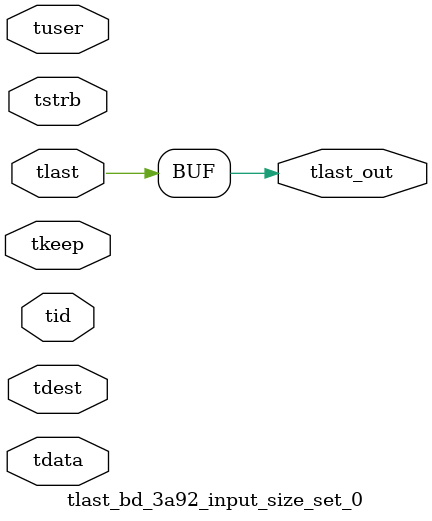
<source format=v>


`timescale 1ps/1ps

module tlast_bd_3a92_input_size_set_0 #
(
parameter C_S_AXIS_TID_WIDTH   = 1,
parameter C_S_AXIS_TUSER_WIDTH = 0,
parameter C_S_AXIS_TDATA_WIDTH = 0,
parameter C_S_AXIS_TDEST_WIDTH = 0
)
(
input  [(C_S_AXIS_TID_WIDTH   == 0 ? 1 : C_S_AXIS_TID_WIDTH)-1:0       ] tid,
input  [(C_S_AXIS_TDATA_WIDTH == 0 ? 1 : C_S_AXIS_TDATA_WIDTH)-1:0     ] tdata,
input  [(C_S_AXIS_TUSER_WIDTH == 0 ? 1 : C_S_AXIS_TUSER_WIDTH)-1:0     ] tuser,
input  [(C_S_AXIS_TDEST_WIDTH == 0 ? 1 : C_S_AXIS_TDEST_WIDTH)-1:0     ] tdest,
input  [(C_S_AXIS_TDATA_WIDTH/8)-1:0 ] tkeep,
input  [(C_S_AXIS_TDATA_WIDTH/8)-1:0 ] tstrb,
input  [0:0]                                                             tlast,
output                                                                   tlast_out
);

assign tlast_out = {tlast};

endmodule


</source>
